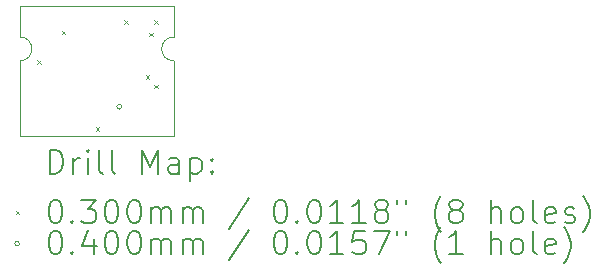
<source format=gbr>
%FSLAX45Y45*%
G04 Gerber Fmt 4.5, Leading zero omitted, Abs format (unit mm)*
G04 Created by KiCad (PCBNEW 6.0.4-6f826c9f35~116~ubuntu18.04.1) date 2022-05-30 12:35:18*
%MOMM*%
%LPD*%
G01*
G04 APERTURE LIST*
%TA.AperFunction,Profile*%
%ADD10C,0.100000*%
%TD*%
%ADD11C,0.200000*%
%ADD12C,0.030000*%
%ADD13C,0.040000*%
G04 APERTURE END LIST*
D10*
X14100000Y-7010000D02*
X14100000Y-7650000D01*
X12800000Y-7010000D02*
X12800000Y-7650000D01*
X14100000Y-6810000D02*
G75*
G03*
X14100000Y-7010000I0J-100000D01*
G01*
X12800000Y-7010000D02*
G75*
G03*
X12800000Y-6810000I0J100000D01*
G01*
X14100000Y-6810000D02*
X14100000Y-6550000D01*
X12800000Y-7650000D02*
X14100000Y-7650000D01*
X14100000Y-6550000D02*
X12800000Y-6550000D01*
X12800000Y-6810000D02*
X12800000Y-6550000D01*
D11*
D12*
X12945000Y-7005000D02*
X12975000Y-7035000D01*
X12975000Y-7005000D02*
X12945000Y-7035000D01*
X13155000Y-6755000D02*
X13185000Y-6785000D01*
X13185000Y-6755000D02*
X13155000Y-6785000D01*
X13441450Y-7575000D02*
X13471450Y-7605000D01*
X13471450Y-7575000D02*
X13441450Y-7605000D01*
X13685000Y-6665000D02*
X13715000Y-6695000D01*
X13715000Y-6665000D02*
X13685000Y-6695000D01*
X13865000Y-7135000D02*
X13895000Y-7165000D01*
X13895000Y-7135000D02*
X13865000Y-7165000D01*
X13895000Y-6775000D02*
X13925000Y-6805000D01*
X13925000Y-6775000D02*
X13895000Y-6805000D01*
X13935000Y-6665000D02*
X13965000Y-6695000D01*
X13965000Y-6665000D02*
X13935000Y-6695000D01*
X13935000Y-7215000D02*
X13965000Y-7245000D01*
X13965000Y-7215000D02*
X13935000Y-7245000D01*
D13*
X13660000Y-7400000D02*
G75*
G03*
X13660000Y-7400000I-20000J0D01*
G01*
D11*
X13052619Y-7965476D02*
X13052619Y-7765476D01*
X13100238Y-7765476D01*
X13128809Y-7775000D01*
X13147857Y-7794048D01*
X13157381Y-7813095D01*
X13166905Y-7851190D01*
X13166905Y-7879762D01*
X13157381Y-7917857D01*
X13147857Y-7936905D01*
X13128809Y-7955952D01*
X13100238Y-7965476D01*
X13052619Y-7965476D01*
X13252619Y-7965476D02*
X13252619Y-7832143D01*
X13252619Y-7870238D02*
X13262143Y-7851190D01*
X13271667Y-7841667D01*
X13290714Y-7832143D01*
X13309762Y-7832143D01*
X13376428Y-7965476D02*
X13376428Y-7832143D01*
X13376428Y-7765476D02*
X13366905Y-7775000D01*
X13376428Y-7784524D01*
X13385952Y-7775000D01*
X13376428Y-7765476D01*
X13376428Y-7784524D01*
X13500238Y-7965476D02*
X13481190Y-7955952D01*
X13471667Y-7936905D01*
X13471667Y-7765476D01*
X13605000Y-7965476D02*
X13585952Y-7955952D01*
X13576428Y-7936905D01*
X13576428Y-7765476D01*
X13833571Y-7965476D02*
X13833571Y-7765476D01*
X13900238Y-7908333D01*
X13966905Y-7765476D01*
X13966905Y-7965476D01*
X14147857Y-7965476D02*
X14147857Y-7860714D01*
X14138333Y-7841667D01*
X14119286Y-7832143D01*
X14081190Y-7832143D01*
X14062143Y-7841667D01*
X14147857Y-7955952D02*
X14128809Y-7965476D01*
X14081190Y-7965476D01*
X14062143Y-7955952D01*
X14052619Y-7936905D01*
X14052619Y-7917857D01*
X14062143Y-7898809D01*
X14081190Y-7889286D01*
X14128809Y-7889286D01*
X14147857Y-7879762D01*
X14243095Y-7832143D02*
X14243095Y-8032143D01*
X14243095Y-7841667D02*
X14262143Y-7832143D01*
X14300238Y-7832143D01*
X14319286Y-7841667D01*
X14328809Y-7851190D01*
X14338333Y-7870238D01*
X14338333Y-7927381D01*
X14328809Y-7946428D01*
X14319286Y-7955952D01*
X14300238Y-7965476D01*
X14262143Y-7965476D01*
X14243095Y-7955952D01*
X14424048Y-7946428D02*
X14433571Y-7955952D01*
X14424048Y-7965476D01*
X14414524Y-7955952D01*
X14424048Y-7946428D01*
X14424048Y-7965476D01*
X14424048Y-7841667D02*
X14433571Y-7851190D01*
X14424048Y-7860714D01*
X14414524Y-7851190D01*
X14424048Y-7841667D01*
X14424048Y-7860714D01*
D12*
X12765000Y-8280000D02*
X12795000Y-8310000D01*
X12795000Y-8280000D02*
X12765000Y-8310000D01*
D11*
X13090714Y-8185476D02*
X13109762Y-8185476D01*
X13128809Y-8195000D01*
X13138333Y-8204524D01*
X13147857Y-8223571D01*
X13157381Y-8261667D01*
X13157381Y-8309286D01*
X13147857Y-8347381D01*
X13138333Y-8366428D01*
X13128809Y-8375952D01*
X13109762Y-8385476D01*
X13090714Y-8385476D01*
X13071667Y-8375952D01*
X13062143Y-8366428D01*
X13052619Y-8347381D01*
X13043095Y-8309286D01*
X13043095Y-8261667D01*
X13052619Y-8223571D01*
X13062143Y-8204524D01*
X13071667Y-8195000D01*
X13090714Y-8185476D01*
X13243095Y-8366428D02*
X13252619Y-8375952D01*
X13243095Y-8385476D01*
X13233571Y-8375952D01*
X13243095Y-8366428D01*
X13243095Y-8385476D01*
X13319286Y-8185476D02*
X13443095Y-8185476D01*
X13376428Y-8261667D01*
X13405000Y-8261667D01*
X13424048Y-8271190D01*
X13433571Y-8280714D01*
X13443095Y-8299762D01*
X13443095Y-8347381D01*
X13433571Y-8366428D01*
X13424048Y-8375952D01*
X13405000Y-8385476D01*
X13347857Y-8385476D01*
X13328809Y-8375952D01*
X13319286Y-8366428D01*
X13566905Y-8185476D02*
X13585952Y-8185476D01*
X13605000Y-8195000D01*
X13614524Y-8204524D01*
X13624048Y-8223571D01*
X13633571Y-8261667D01*
X13633571Y-8309286D01*
X13624048Y-8347381D01*
X13614524Y-8366428D01*
X13605000Y-8375952D01*
X13585952Y-8385476D01*
X13566905Y-8385476D01*
X13547857Y-8375952D01*
X13538333Y-8366428D01*
X13528809Y-8347381D01*
X13519286Y-8309286D01*
X13519286Y-8261667D01*
X13528809Y-8223571D01*
X13538333Y-8204524D01*
X13547857Y-8195000D01*
X13566905Y-8185476D01*
X13757381Y-8185476D02*
X13776428Y-8185476D01*
X13795476Y-8195000D01*
X13805000Y-8204524D01*
X13814524Y-8223571D01*
X13824048Y-8261667D01*
X13824048Y-8309286D01*
X13814524Y-8347381D01*
X13805000Y-8366428D01*
X13795476Y-8375952D01*
X13776428Y-8385476D01*
X13757381Y-8385476D01*
X13738333Y-8375952D01*
X13728809Y-8366428D01*
X13719286Y-8347381D01*
X13709762Y-8309286D01*
X13709762Y-8261667D01*
X13719286Y-8223571D01*
X13728809Y-8204524D01*
X13738333Y-8195000D01*
X13757381Y-8185476D01*
X13909762Y-8385476D02*
X13909762Y-8252143D01*
X13909762Y-8271190D02*
X13919286Y-8261667D01*
X13938333Y-8252143D01*
X13966905Y-8252143D01*
X13985952Y-8261667D01*
X13995476Y-8280714D01*
X13995476Y-8385476D01*
X13995476Y-8280714D02*
X14005000Y-8261667D01*
X14024048Y-8252143D01*
X14052619Y-8252143D01*
X14071667Y-8261667D01*
X14081190Y-8280714D01*
X14081190Y-8385476D01*
X14176428Y-8385476D02*
X14176428Y-8252143D01*
X14176428Y-8271190D02*
X14185952Y-8261667D01*
X14205000Y-8252143D01*
X14233571Y-8252143D01*
X14252619Y-8261667D01*
X14262143Y-8280714D01*
X14262143Y-8385476D01*
X14262143Y-8280714D02*
X14271667Y-8261667D01*
X14290714Y-8252143D01*
X14319286Y-8252143D01*
X14338333Y-8261667D01*
X14347857Y-8280714D01*
X14347857Y-8385476D01*
X14738333Y-8175952D02*
X14566905Y-8433095D01*
X14995476Y-8185476D02*
X15014524Y-8185476D01*
X15033571Y-8195000D01*
X15043095Y-8204524D01*
X15052619Y-8223571D01*
X15062143Y-8261667D01*
X15062143Y-8309286D01*
X15052619Y-8347381D01*
X15043095Y-8366428D01*
X15033571Y-8375952D01*
X15014524Y-8385476D01*
X14995476Y-8385476D01*
X14976428Y-8375952D01*
X14966905Y-8366428D01*
X14957381Y-8347381D01*
X14947857Y-8309286D01*
X14947857Y-8261667D01*
X14957381Y-8223571D01*
X14966905Y-8204524D01*
X14976428Y-8195000D01*
X14995476Y-8185476D01*
X15147857Y-8366428D02*
X15157381Y-8375952D01*
X15147857Y-8385476D01*
X15138333Y-8375952D01*
X15147857Y-8366428D01*
X15147857Y-8385476D01*
X15281190Y-8185476D02*
X15300238Y-8185476D01*
X15319286Y-8195000D01*
X15328809Y-8204524D01*
X15338333Y-8223571D01*
X15347857Y-8261667D01*
X15347857Y-8309286D01*
X15338333Y-8347381D01*
X15328809Y-8366428D01*
X15319286Y-8375952D01*
X15300238Y-8385476D01*
X15281190Y-8385476D01*
X15262143Y-8375952D01*
X15252619Y-8366428D01*
X15243095Y-8347381D01*
X15233571Y-8309286D01*
X15233571Y-8261667D01*
X15243095Y-8223571D01*
X15252619Y-8204524D01*
X15262143Y-8195000D01*
X15281190Y-8185476D01*
X15538333Y-8385476D02*
X15424048Y-8385476D01*
X15481190Y-8385476D02*
X15481190Y-8185476D01*
X15462143Y-8214048D01*
X15443095Y-8233095D01*
X15424048Y-8242619D01*
X15728809Y-8385476D02*
X15614524Y-8385476D01*
X15671667Y-8385476D02*
X15671667Y-8185476D01*
X15652619Y-8214048D01*
X15633571Y-8233095D01*
X15614524Y-8242619D01*
X15843095Y-8271190D02*
X15824048Y-8261667D01*
X15814524Y-8252143D01*
X15805000Y-8233095D01*
X15805000Y-8223571D01*
X15814524Y-8204524D01*
X15824048Y-8195000D01*
X15843095Y-8185476D01*
X15881190Y-8185476D01*
X15900238Y-8195000D01*
X15909762Y-8204524D01*
X15919286Y-8223571D01*
X15919286Y-8233095D01*
X15909762Y-8252143D01*
X15900238Y-8261667D01*
X15881190Y-8271190D01*
X15843095Y-8271190D01*
X15824048Y-8280714D01*
X15814524Y-8290238D01*
X15805000Y-8309286D01*
X15805000Y-8347381D01*
X15814524Y-8366428D01*
X15824048Y-8375952D01*
X15843095Y-8385476D01*
X15881190Y-8385476D01*
X15900238Y-8375952D01*
X15909762Y-8366428D01*
X15919286Y-8347381D01*
X15919286Y-8309286D01*
X15909762Y-8290238D01*
X15900238Y-8280714D01*
X15881190Y-8271190D01*
X15995476Y-8185476D02*
X15995476Y-8223571D01*
X16071667Y-8185476D02*
X16071667Y-8223571D01*
X16366905Y-8461667D02*
X16357381Y-8452143D01*
X16338333Y-8423571D01*
X16328809Y-8404524D01*
X16319286Y-8375952D01*
X16309762Y-8328333D01*
X16309762Y-8290238D01*
X16319286Y-8242619D01*
X16328809Y-8214048D01*
X16338333Y-8195000D01*
X16357381Y-8166428D01*
X16366905Y-8156905D01*
X16471667Y-8271190D02*
X16452619Y-8261667D01*
X16443095Y-8252143D01*
X16433571Y-8233095D01*
X16433571Y-8223571D01*
X16443095Y-8204524D01*
X16452619Y-8195000D01*
X16471667Y-8185476D01*
X16509762Y-8185476D01*
X16528809Y-8195000D01*
X16538333Y-8204524D01*
X16547857Y-8223571D01*
X16547857Y-8233095D01*
X16538333Y-8252143D01*
X16528809Y-8261667D01*
X16509762Y-8271190D01*
X16471667Y-8271190D01*
X16452619Y-8280714D01*
X16443095Y-8290238D01*
X16433571Y-8309286D01*
X16433571Y-8347381D01*
X16443095Y-8366428D01*
X16452619Y-8375952D01*
X16471667Y-8385476D01*
X16509762Y-8385476D01*
X16528809Y-8375952D01*
X16538333Y-8366428D01*
X16547857Y-8347381D01*
X16547857Y-8309286D01*
X16538333Y-8290238D01*
X16528809Y-8280714D01*
X16509762Y-8271190D01*
X16785952Y-8385476D02*
X16785952Y-8185476D01*
X16871667Y-8385476D02*
X16871667Y-8280714D01*
X16862143Y-8261667D01*
X16843095Y-8252143D01*
X16814524Y-8252143D01*
X16795476Y-8261667D01*
X16785952Y-8271190D01*
X16995476Y-8385476D02*
X16976429Y-8375952D01*
X16966905Y-8366428D01*
X16957381Y-8347381D01*
X16957381Y-8290238D01*
X16966905Y-8271190D01*
X16976429Y-8261667D01*
X16995476Y-8252143D01*
X17024048Y-8252143D01*
X17043095Y-8261667D01*
X17052619Y-8271190D01*
X17062143Y-8290238D01*
X17062143Y-8347381D01*
X17052619Y-8366428D01*
X17043095Y-8375952D01*
X17024048Y-8385476D01*
X16995476Y-8385476D01*
X17176429Y-8385476D02*
X17157381Y-8375952D01*
X17147857Y-8356905D01*
X17147857Y-8185476D01*
X17328810Y-8375952D02*
X17309762Y-8385476D01*
X17271667Y-8385476D01*
X17252619Y-8375952D01*
X17243095Y-8356905D01*
X17243095Y-8280714D01*
X17252619Y-8261667D01*
X17271667Y-8252143D01*
X17309762Y-8252143D01*
X17328810Y-8261667D01*
X17338333Y-8280714D01*
X17338333Y-8299762D01*
X17243095Y-8318809D01*
X17414524Y-8375952D02*
X17433571Y-8385476D01*
X17471667Y-8385476D01*
X17490714Y-8375952D01*
X17500238Y-8356905D01*
X17500238Y-8347381D01*
X17490714Y-8328333D01*
X17471667Y-8318809D01*
X17443095Y-8318809D01*
X17424048Y-8309286D01*
X17414524Y-8290238D01*
X17414524Y-8280714D01*
X17424048Y-8261667D01*
X17443095Y-8252143D01*
X17471667Y-8252143D01*
X17490714Y-8261667D01*
X17566905Y-8461667D02*
X17576429Y-8452143D01*
X17595476Y-8423571D01*
X17605000Y-8404524D01*
X17614524Y-8375952D01*
X17624048Y-8328333D01*
X17624048Y-8290238D01*
X17614524Y-8242619D01*
X17605000Y-8214048D01*
X17595476Y-8195000D01*
X17576429Y-8166428D01*
X17566905Y-8156905D01*
D13*
X12795000Y-8559000D02*
G75*
G03*
X12795000Y-8559000I-20000J0D01*
G01*
D11*
X13090714Y-8449476D02*
X13109762Y-8449476D01*
X13128809Y-8459000D01*
X13138333Y-8468524D01*
X13147857Y-8487571D01*
X13157381Y-8525667D01*
X13157381Y-8573286D01*
X13147857Y-8611381D01*
X13138333Y-8630429D01*
X13128809Y-8639952D01*
X13109762Y-8649476D01*
X13090714Y-8649476D01*
X13071667Y-8639952D01*
X13062143Y-8630429D01*
X13052619Y-8611381D01*
X13043095Y-8573286D01*
X13043095Y-8525667D01*
X13052619Y-8487571D01*
X13062143Y-8468524D01*
X13071667Y-8459000D01*
X13090714Y-8449476D01*
X13243095Y-8630429D02*
X13252619Y-8639952D01*
X13243095Y-8649476D01*
X13233571Y-8639952D01*
X13243095Y-8630429D01*
X13243095Y-8649476D01*
X13424048Y-8516143D02*
X13424048Y-8649476D01*
X13376428Y-8439952D02*
X13328809Y-8582810D01*
X13452619Y-8582810D01*
X13566905Y-8449476D02*
X13585952Y-8449476D01*
X13605000Y-8459000D01*
X13614524Y-8468524D01*
X13624048Y-8487571D01*
X13633571Y-8525667D01*
X13633571Y-8573286D01*
X13624048Y-8611381D01*
X13614524Y-8630429D01*
X13605000Y-8639952D01*
X13585952Y-8649476D01*
X13566905Y-8649476D01*
X13547857Y-8639952D01*
X13538333Y-8630429D01*
X13528809Y-8611381D01*
X13519286Y-8573286D01*
X13519286Y-8525667D01*
X13528809Y-8487571D01*
X13538333Y-8468524D01*
X13547857Y-8459000D01*
X13566905Y-8449476D01*
X13757381Y-8449476D02*
X13776428Y-8449476D01*
X13795476Y-8459000D01*
X13805000Y-8468524D01*
X13814524Y-8487571D01*
X13824048Y-8525667D01*
X13824048Y-8573286D01*
X13814524Y-8611381D01*
X13805000Y-8630429D01*
X13795476Y-8639952D01*
X13776428Y-8649476D01*
X13757381Y-8649476D01*
X13738333Y-8639952D01*
X13728809Y-8630429D01*
X13719286Y-8611381D01*
X13709762Y-8573286D01*
X13709762Y-8525667D01*
X13719286Y-8487571D01*
X13728809Y-8468524D01*
X13738333Y-8459000D01*
X13757381Y-8449476D01*
X13909762Y-8649476D02*
X13909762Y-8516143D01*
X13909762Y-8535190D02*
X13919286Y-8525667D01*
X13938333Y-8516143D01*
X13966905Y-8516143D01*
X13985952Y-8525667D01*
X13995476Y-8544714D01*
X13995476Y-8649476D01*
X13995476Y-8544714D02*
X14005000Y-8525667D01*
X14024048Y-8516143D01*
X14052619Y-8516143D01*
X14071667Y-8525667D01*
X14081190Y-8544714D01*
X14081190Y-8649476D01*
X14176428Y-8649476D02*
X14176428Y-8516143D01*
X14176428Y-8535190D02*
X14185952Y-8525667D01*
X14205000Y-8516143D01*
X14233571Y-8516143D01*
X14252619Y-8525667D01*
X14262143Y-8544714D01*
X14262143Y-8649476D01*
X14262143Y-8544714D02*
X14271667Y-8525667D01*
X14290714Y-8516143D01*
X14319286Y-8516143D01*
X14338333Y-8525667D01*
X14347857Y-8544714D01*
X14347857Y-8649476D01*
X14738333Y-8439952D02*
X14566905Y-8697095D01*
X14995476Y-8449476D02*
X15014524Y-8449476D01*
X15033571Y-8459000D01*
X15043095Y-8468524D01*
X15052619Y-8487571D01*
X15062143Y-8525667D01*
X15062143Y-8573286D01*
X15052619Y-8611381D01*
X15043095Y-8630429D01*
X15033571Y-8639952D01*
X15014524Y-8649476D01*
X14995476Y-8649476D01*
X14976428Y-8639952D01*
X14966905Y-8630429D01*
X14957381Y-8611381D01*
X14947857Y-8573286D01*
X14947857Y-8525667D01*
X14957381Y-8487571D01*
X14966905Y-8468524D01*
X14976428Y-8459000D01*
X14995476Y-8449476D01*
X15147857Y-8630429D02*
X15157381Y-8639952D01*
X15147857Y-8649476D01*
X15138333Y-8639952D01*
X15147857Y-8630429D01*
X15147857Y-8649476D01*
X15281190Y-8449476D02*
X15300238Y-8449476D01*
X15319286Y-8459000D01*
X15328809Y-8468524D01*
X15338333Y-8487571D01*
X15347857Y-8525667D01*
X15347857Y-8573286D01*
X15338333Y-8611381D01*
X15328809Y-8630429D01*
X15319286Y-8639952D01*
X15300238Y-8649476D01*
X15281190Y-8649476D01*
X15262143Y-8639952D01*
X15252619Y-8630429D01*
X15243095Y-8611381D01*
X15233571Y-8573286D01*
X15233571Y-8525667D01*
X15243095Y-8487571D01*
X15252619Y-8468524D01*
X15262143Y-8459000D01*
X15281190Y-8449476D01*
X15538333Y-8649476D02*
X15424048Y-8649476D01*
X15481190Y-8649476D02*
X15481190Y-8449476D01*
X15462143Y-8478048D01*
X15443095Y-8497095D01*
X15424048Y-8506619D01*
X15719286Y-8449476D02*
X15624048Y-8449476D01*
X15614524Y-8544714D01*
X15624048Y-8535190D01*
X15643095Y-8525667D01*
X15690714Y-8525667D01*
X15709762Y-8535190D01*
X15719286Y-8544714D01*
X15728809Y-8563762D01*
X15728809Y-8611381D01*
X15719286Y-8630429D01*
X15709762Y-8639952D01*
X15690714Y-8649476D01*
X15643095Y-8649476D01*
X15624048Y-8639952D01*
X15614524Y-8630429D01*
X15795476Y-8449476D02*
X15928809Y-8449476D01*
X15843095Y-8649476D01*
X15995476Y-8449476D02*
X15995476Y-8487571D01*
X16071667Y-8449476D02*
X16071667Y-8487571D01*
X16366905Y-8725667D02*
X16357381Y-8716143D01*
X16338333Y-8687571D01*
X16328809Y-8668524D01*
X16319286Y-8639952D01*
X16309762Y-8592333D01*
X16309762Y-8554238D01*
X16319286Y-8506619D01*
X16328809Y-8478048D01*
X16338333Y-8459000D01*
X16357381Y-8430429D01*
X16366905Y-8420905D01*
X16547857Y-8649476D02*
X16433571Y-8649476D01*
X16490714Y-8649476D02*
X16490714Y-8449476D01*
X16471667Y-8478048D01*
X16452619Y-8497095D01*
X16433571Y-8506619D01*
X16785952Y-8649476D02*
X16785952Y-8449476D01*
X16871667Y-8649476D02*
X16871667Y-8544714D01*
X16862143Y-8525667D01*
X16843095Y-8516143D01*
X16814524Y-8516143D01*
X16795476Y-8525667D01*
X16785952Y-8535190D01*
X16995476Y-8649476D02*
X16976429Y-8639952D01*
X16966905Y-8630429D01*
X16957381Y-8611381D01*
X16957381Y-8554238D01*
X16966905Y-8535190D01*
X16976429Y-8525667D01*
X16995476Y-8516143D01*
X17024048Y-8516143D01*
X17043095Y-8525667D01*
X17052619Y-8535190D01*
X17062143Y-8554238D01*
X17062143Y-8611381D01*
X17052619Y-8630429D01*
X17043095Y-8639952D01*
X17024048Y-8649476D01*
X16995476Y-8649476D01*
X17176429Y-8649476D02*
X17157381Y-8639952D01*
X17147857Y-8620905D01*
X17147857Y-8449476D01*
X17328810Y-8639952D02*
X17309762Y-8649476D01*
X17271667Y-8649476D01*
X17252619Y-8639952D01*
X17243095Y-8620905D01*
X17243095Y-8544714D01*
X17252619Y-8525667D01*
X17271667Y-8516143D01*
X17309762Y-8516143D01*
X17328810Y-8525667D01*
X17338333Y-8544714D01*
X17338333Y-8563762D01*
X17243095Y-8582810D01*
X17405000Y-8725667D02*
X17414524Y-8716143D01*
X17433571Y-8687571D01*
X17443095Y-8668524D01*
X17452619Y-8639952D01*
X17462143Y-8592333D01*
X17462143Y-8554238D01*
X17452619Y-8506619D01*
X17443095Y-8478048D01*
X17433571Y-8459000D01*
X17414524Y-8430429D01*
X17405000Y-8420905D01*
M02*

</source>
